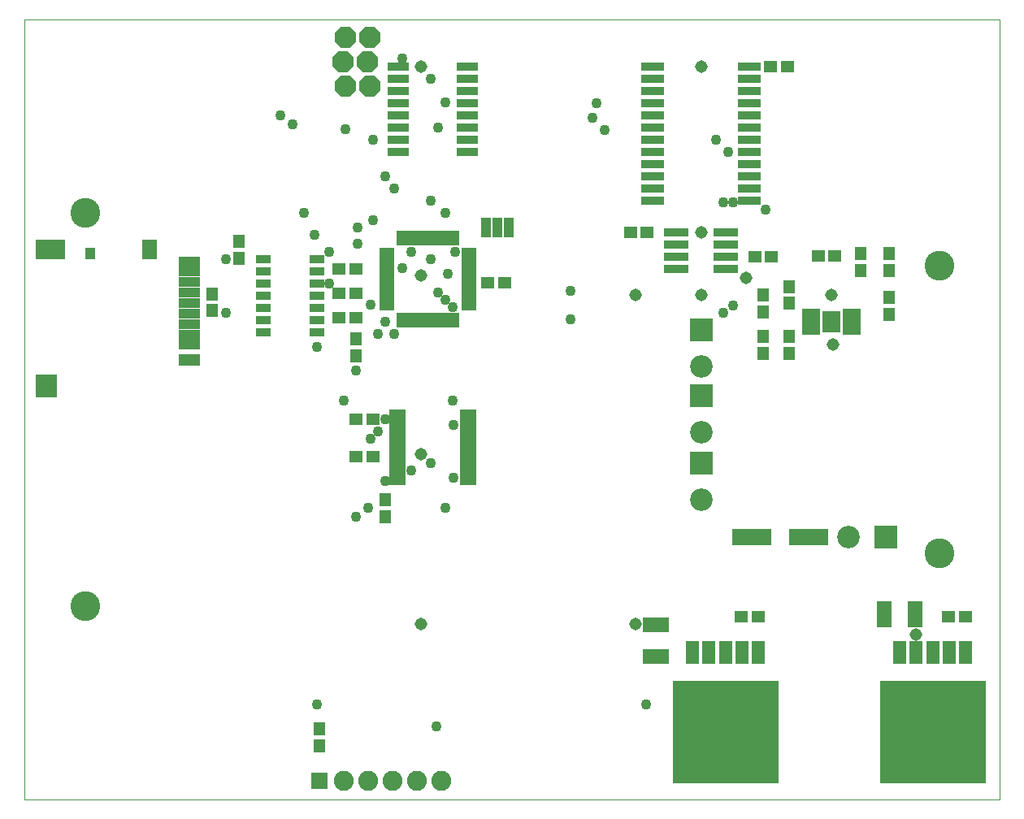
<source format=gts>
G75*
%MOIN*%
%OFA0B0*%
%FSLAX24Y24*%
%IPPOS*%
%LPD*%
%AMOC8*
5,1,8,0,0,1.08239X$1,22.5*
%
%ADD10C,0.0000*%
%ADD11R,0.0620X0.0340*%
%ADD12R,0.0340X0.0620*%
%ADD13R,0.0396X0.0789*%
%ADD14R,0.0553X0.0514*%
%ADD15R,0.0514X0.0553*%
%ADD16R,0.0670X0.0257*%
%ADD17R,0.0920X0.0920*%
%ADD18C,0.0920*%
%ADD19R,0.0714X0.0714*%
%ADD20C,0.0820*%
%ADD21OC8,0.0860*%
%ADD22R,0.0750X0.0277*%
%ADD23R,0.0738X0.0864*%
%ADD24R,0.4372X0.4218*%
%ADD25R,0.0540X0.0970*%
%ADD26R,0.1104X0.0592*%
%ADD27R,0.0592X0.1104*%
%ADD28C,0.1222*%
%ADD29R,0.0986X0.0356*%
%ADD30R,0.0920X0.0380*%
%ADD31R,0.1616X0.0671*%
%ADD32R,0.0870X0.0370*%
%ADD33R,0.0907X0.0396*%
%ADD34R,0.0435X0.0514*%
%ADD35R,0.0907X0.0514*%
%ADD36R,0.0592X0.0829*%
%ADD37R,0.1222X0.0829*%
%ADD38R,0.0868X0.0947*%
%ADD39R,0.0592X0.0356*%
%ADD40C,0.0430*%
%ADD41C,0.0516*%
D10*
X009593Y008565D02*
X009593Y040565D01*
X049593Y040565D01*
X049593Y008565D01*
X009593Y008565D01*
X011542Y016494D02*
X011544Y016541D01*
X011550Y016587D01*
X011560Y016633D01*
X011573Y016678D01*
X011591Y016721D01*
X011612Y016763D01*
X011636Y016803D01*
X011664Y016840D01*
X011695Y016875D01*
X011729Y016908D01*
X011765Y016937D01*
X011804Y016963D01*
X011845Y016986D01*
X011888Y017005D01*
X011932Y017021D01*
X011977Y017033D01*
X012023Y017041D01*
X012070Y017045D01*
X012116Y017045D01*
X012163Y017041D01*
X012209Y017033D01*
X012254Y017021D01*
X012298Y017005D01*
X012341Y016986D01*
X012382Y016963D01*
X012421Y016937D01*
X012457Y016908D01*
X012491Y016875D01*
X012522Y016840D01*
X012550Y016803D01*
X012574Y016763D01*
X012595Y016721D01*
X012613Y016678D01*
X012626Y016633D01*
X012636Y016587D01*
X012642Y016541D01*
X012644Y016494D01*
X012642Y016447D01*
X012636Y016401D01*
X012626Y016355D01*
X012613Y016310D01*
X012595Y016267D01*
X012574Y016225D01*
X012550Y016185D01*
X012522Y016148D01*
X012491Y016113D01*
X012457Y016080D01*
X012421Y016051D01*
X012382Y016025D01*
X012341Y016002D01*
X012298Y015983D01*
X012254Y015967D01*
X012209Y015955D01*
X012163Y015947D01*
X012116Y015943D01*
X012070Y015943D01*
X012023Y015947D01*
X011977Y015955D01*
X011932Y015967D01*
X011888Y015983D01*
X011845Y016002D01*
X011804Y016025D01*
X011765Y016051D01*
X011729Y016080D01*
X011695Y016113D01*
X011664Y016148D01*
X011636Y016185D01*
X011612Y016225D01*
X011591Y016267D01*
X011573Y016310D01*
X011560Y016355D01*
X011550Y016401D01*
X011544Y016447D01*
X011542Y016494D01*
X011542Y032636D02*
X011544Y032683D01*
X011550Y032729D01*
X011560Y032775D01*
X011573Y032820D01*
X011591Y032863D01*
X011612Y032905D01*
X011636Y032945D01*
X011664Y032982D01*
X011695Y033017D01*
X011729Y033050D01*
X011765Y033079D01*
X011804Y033105D01*
X011845Y033128D01*
X011888Y033147D01*
X011932Y033163D01*
X011977Y033175D01*
X012023Y033183D01*
X012070Y033187D01*
X012116Y033187D01*
X012163Y033183D01*
X012209Y033175D01*
X012254Y033163D01*
X012298Y033147D01*
X012341Y033128D01*
X012382Y033105D01*
X012421Y033079D01*
X012457Y033050D01*
X012491Y033017D01*
X012522Y032982D01*
X012550Y032945D01*
X012574Y032905D01*
X012595Y032863D01*
X012613Y032820D01*
X012626Y032775D01*
X012636Y032729D01*
X012642Y032683D01*
X012644Y032636D01*
X012642Y032589D01*
X012636Y032543D01*
X012626Y032497D01*
X012613Y032452D01*
X012595Y032409D01*
X012574Y032367D01*
X012550Y032327D01*
X012522Y032290D01*
X012491Y032255D01*
X012457Y032222D01*
X012421Y032193D01*
X012382Y032167D01*
X012341Y032144D01*
X012298Y032125D01*
X012254Y032109D01*
X012209Y032097D01*
X012163Y032089D01*
X012116Y032085D01*
X012070Y032085D01*
X012023Y032089D01*
X011977Y032097D01*
X011932Y032109D01*
X011888Y032125D01*
X011845Y032144D01*
X011804Y032167D01*
X011765Y032193D01*
X011729Y032222D01*
X011695Y032255D01*
X011664Y032290D01*
X011636Y032327D01*
X011612Y032367D01*
X011591Y032409D01*
X011573Y032452D01*
X011560Y032497D01*
X011550Y032543D01*
X011544Y032589D01*
X011542Y032636D01*
X046581Y030471D02*
X046583Y030518D01*
X046589Y030564D01*
X046599Y030610D01*
X046612Y030655D01*
X046630Y030698D01*
X046651Y030740D01*
X046675Y030780D01*
X046703Y030817D01*
X046734Y030852D01*
X046768Y030885D01*
X046804Y030914D01*
X046843Y030940D01*
X046884Y030963D01*
X046927Y030982D01*
X046971Y030998D01*
X047016Y031010D01*
X047062Y031018D01*
X047109Y031022D01*
X047155Y031022D01*
X047202Y031018D01*
X047248Y031010D01*
X047293Y030998D01*
X047337Y030982D01*
X047380Y030963D01*
X047421Y030940D01*
X047460Y030914D01*
X047496Y030885D01*
X047530Y030852D01*
X047561Y030817D01*
X047589Y030780D01*
X047613Y030740D01*
X047634Y030698D01*
X047652Y030655D01*
X047665Y030610D01*
X047675Y030564D01*
X047681Y030518D01*
X047683Y030471D01*
X047681Y030424D01*
X047675Y030378D01*
X047665Y030332D01*
X047652Y030287D01*
X047634Y030244D01*
X047613Y030202D01*
X047589Y030162D01*
X047561Y030125D01*
X047530Y030090D01*
X047496Y030057D01*
X047460Y030028D01*
X047421Y030002D01*
X047380Y029979D01*
X047337Y029960D01*
X047293Y029944D01*
X047248Y029932D01*
X047202Y029924D01*
X047155Y029920D01*
X047109Y029920D01*
X047062Y029924D01*
X047016Y029932D01*
X046971Y029944D01*
X046927Y029960D01*
X046884Y029979D01*
X046843Y030002D01*
X046804Y030028D01*
X046768Y030057D01*
X046734Y030090D01*
X046703Y030125D01*
X046675Y030162D01*
X046651Y030202D01*
X046630Y030244D01*
X046612Y030287D01*
X046599Y030332D01*
X046589Y030378D01*
X046583Y030424D01*
X046581Y030471D01*
X046581Y018659D02*
X046583Y018706D01*
X046589Y018752D01*
X046599Y018798D01*
X046612Y018843D01*
X046630Y018886D01*
X046651Y018928D01*
X046675Y018968D01*
X046703Y019005D01*
X046734Y019040D01*
X046768Y019073D01*
X046804Y019102D01*
X046843Y019128D01*
X046884Y019151D01*
X046927Y019170D01*
X046971Y019186D01*
X047016Y019198D01*
X047062Y019206D01*
X047109Y019210D01*
X047155Y019210D01*
X047202Y019206D01*
X047248Y019198D01*
X047293Y019186D01*
X047337Y019170D01*
X047380Y019151D01*
X047421Y019128D01*
X047460Y019102D01*
X047496Y019073D01*
X047530Y019040D01*
X047561Y019005D01*
X047589Y018968D01*
X047613Y018928D01*
X047634Y018886D01*
X047652Y018843D01*
X047665Y018798D01*
X047675Y018752D01*
X047681Y018706D01*
X047683Y018659D01*
X047681Y018612D01*
X047675Y018566D01*
X047665Y018520D01*
X047652Y018475D01*
X047634Y018432D01*
X047613Y018390D01*
X047589Y018350D01*
X047561Y018313D01*
X047530Y018278D01*
X047496Y018245D01*
X047460Y018216D01*
X047421Y018190D01*
X047380Y018167D01*
X047337Y018148D01*
X047293Y018132D01*
X047248Y018120D01*
X047202Y018112D01*
X047155Y018108D01*
X047109Y018108D01*
X047062Y018112D01*
X047016Y018120D01*
X046971Y018132D01*
X046927Y018148D01*
X046884Y018167D01*
X046843Y018190D01*
X046804Y018216D01*
X046768Y018245D01*
X046734Y018278D01*
X046703Y018313D01*
X046675Y018350D01*
X046651Y018390D01*
X046630Y018432D01*
X046612Y018475D01*
X046599Y018520D01*
X046589Y018566D01*
X046583Y018612D01*
X046581Y018659D01*
D11*
X027833Y028813D03*
X027833Y029128D03*
X027833Y029443D03*
X027833Y029758D03*
X027833Y030072D03*
X027833Y030387D03*
X027833Y030702D03*
X027833Y031017D03*
X024453Y031017D03*
X024453Y030702D03*
X024453Y030387D03*
X024453Y030072D03*
X024453Y029758D03*
X024453Y029443D03*
X024453Y029128D03*
X024453Y028813D03*
D12*
X025040Y028225D03*
X025355Y028225D03*
X025670Y028225D03*
X025985Y028225D03*
X026300Y028225D03*
X026615Y028225D03*
X026930Y028225D03*
X027245Y028225D03*
X027245Y031605D03*
X026930Y031605D03*
X026615Y031605D03*
X026300Y031605D03*
X025985Y031605D03*
X025670Y031605D03*
X025355Y031605D03*
X025040Y031605D03*
D13*
X028520Y032015D03*
X028993Y032015D03*
X029465Y032015D03*
D14*
X029277Y029765D03*
X028608Y029765D03*
X023177Y029315D03*
X022508Y029315D03*
X022508Y028315D03*
X023177Y028315D03*
X023177Y030315D03*
X022508Y030315D03*
X023208Y024165D03*
X023877Y024165D03*
X023877Y022615D03*
X023208Y022615D03*
X034458Y031815D03*
X035127Y031815D03*
X039558Y030815D03*
X040227Y030815D03*
X042158Y030865D03*
X042827Y030865D03*
X040877Y038615D03*
X040208Y038615D03*
X039677Y016065D03*
X039008Y016065D03*
X047508Y016065D03*
X048177Y016065D03*
D15*
X040943Y026880D03*
X040943Y027550D03*
X039893Y027550D03*
X039893Y026880D03*
X039893Y028580D03*
X039893Y029250D03*
X040943Y028930D03*
X040943Y029600D03*
X043893Y030280D03*
X043893Y030950D03*
X045043Y030950D03*
X045043Y030280D03*
X045043Y029150D03*
X045043Y028480D03*
X024393Y020850D03*
X024393Y020180D03*
X023193Y026780D03*
X023193Y027450D03*
X018393Y030780D03*
X018393Y031450D03*
X017293Y029300D03*
X017293Y028630D03*
X021693Y011450D03*
X021693Y010780D03*
D16*
X024903Y021608D03*
X024903Y021863D03*
X024903Y022119D03*
X024903Y022375D03*
X024903Y022631D03*
X024903Y022887D03*
X024903Y023143D03*
X024903Y023399D03*
X024903Y023655D03*
X024903Y023911D03*
X024903Y024167D03*
X024903Y024422D03*
X027782Y024422D03*
X027782Y024167D03*
X027782Y023911D03*
X027782Y023655D03*
X027782Y023399D03*
X027782Y023143D03*
X027782Y022887D03*
X027782Y022631D03*
X027782Y022375D03*
X027782Y022119D03*
X027782Y021863D03*
X027782Y021608D03*
D17*
X037343Y022379D03*
X037343Y025135D03*
X037343Y027848D03*
X044913Y019315D03*
D18*
X043395Y019315D03*
X037343Y020861D03*
X037343Y023617D03*
X037343Y026330D03*
D19*
X021693Y009315D03*
D20*
X022693Y009315D03*
X023693Y009315D03*
X024693Y009315D03*
X025693Y009315D03*
X026693Y009315D03*
D21*
X023743Y037815D03*
X022743Y037815D03*
X022643Y038815D03*
X023643Y038815D03*
X023743Y039815D03*
X022743Y039815D03*
D22*
X041866Y028549D03*
X041866Y028293D03*
X041866Y028037D03*
X041866Y027781D03*
X043519Y027781D03*
X043519Y028037D03*
X043519Y028293D03*
X043519Y028549D03*
D23*
X042693Y028165D03*
D24*
X046843Y011315D03*
X038343Y011315D03*
D25*
X038343Y014595D03*
X037673Y014595D03*
X037003Y014595D03*
X039013Y014595D03*
X039683Y014595D03*
X045503Y014595D03*
X046173Y014595D03*
X046843Y014595D03*
X047513Y014595D03*
X048183Y014595D03*
D26*
X035493Y014415D03*
X035493Y015715D03*
D27*
X044843Y016165D03*
X046142Y016165D03*
D28*
X047132Y018659D03*
X047132Y030471D03*
X012093Y032636D03*
X012093Y016494D03*
D29*
X036319Y030315D03*
X036319Y030815D03*
X036319Y031315D03*
X036319Y031815D03*
X038366Y031815D03*
X038366Y031315D03*
X038366Y030815D03*
X038366Y030315D03*
D30*
X039323Y033115D03*
X039323Y033615D03*
X039323Y034115D03*
X039323Y034615D03*
X039323Y035115D03*
X039323Y035615D03*
X039323Y036115D03*
X039323Y036615D03*
X039323Y037115D03*
X039323Y037615D03*
X039323Y038115D03*
X039323Y038615D03*
X035363Y038615D03*
X035363Y038115D03*
X035363Y037615D03*
X035363Y037115D03*
X035363Y036615D03*
X035363Y036115D03*
X035363Y035615D03*
X035363Y035115D03*
X035363Y034615D03*
X035363Y034115D03*
X035363Y033615D03*
X035363Y033115D03*
D31*
X039411Y019315D03*
X041774Y019315D03*
D32*
X027763Y035115D03*
X027763Y035615D03*
X027763Y036115D03*
X027763Y036615D03*
X027763Y037115D03*
X027763Y037615D03*
X027763Y038115D03*
X027763Y038615D03*
X024923Y038615D03*
X024923Y038115D03*
X024923Y037615D03*
X024923Y037115D03*
X024923Y036615D03*
X024923Y036115D03*
X024923Y035615D03*
X024923Y035115D03*
D33*
X016350Y030621D03*
X016350Y030246D03*
X016350Y029813D03*
X016350Y029380D03*
X016350Y028947D03*
X016350Y028514D03*
X016350Y028081D03*
X016350Y027648D03*
X016350Y027215D03*
D34*
X012295Y030975D03*
D35*
X016350Y026605D03*
D36*
X014736Y031132D03*
D37*
X010661Y031132D03*
D38*
X010484Y025522D03*
D39*
X019390Y027715D03*
X019390Y028215D03*
X019390Y028715D03*
X019390Y029215D03*
X019390Y029715D03*
X019390Y030215D03*
X019390Y030715D03*
X021595Y030715D03*
X021595Y030215D03*
X021595Y029715D03*
X021595Y029215D03*
X021595Y028715D03*
X021595Y028215D03*
X021595Y027715D03*
D40*
X021593Y027115D03*
X023193Y026165D03*
X022693Y024915D03*
X024393Y024165D03*
X024093Y023665D03*
X023793Y023365D03*
X024393Y021615D03*
X023693Y020515D03*
X023193Y020165D03*
X025443Y022065D03*
X026243Y022365D03*
X027193Y021765D03*
X026843Y020515D03*
X027193Y023915D03*
X027143Y024915D03*
X024743Y027665D03*
X024393Y028165D03*
X024093Y027665D03*
X023793Y028865D03*
X022093Y029715D03*
X022093Y031015D03*
X021493Y031715D03*
X021043Y032615D03*
X023243Y032015D03*
X023243Y031365D03*
X023893Y032315D03*
X024743Y033615D03*
X024393Y034115D03*
X023893Y035615D03*
X022743Y036065D03*
X020593Y036265D03*
X020093Y036615D03*
X025093Y038965D03*
X026243Y038115D03*
X026843Y037165D03*
X026543Y036115D03*
X026243Y033115D03*
X026843Y032615D03*
X027243Y031015D03*
X026943Y030115D03*
X026543Y029365D03*
X026843Y029065D03*
X027143Y028765D03*
X025093Y030365D03*
X025443Y031015D03*
X026243Y030715D03*
X031993Y029415D03*
X031993Y028265D03*
X038243Y028515D03*
X038643Y028815D03*
X039993Y032765D03*
X038643Y033065D03*
X038243Y033065D03*
X038443Y035115D03*
X037943Y035615D03*
X033393Y036015D03*
X032893Y036515D03*
X033043Y037115D03*
X017843Y030715D03*
X017843Y028515D03*
X021593Y012465D03*
X026493Y011565D03*
X035093Y012465D03*
D41*
X034643Y015765D03*
X025843Y015765D03*
X025843Y022715D03*
X025843Y030065D03*
X034643Y029265D03*
X037343Y029265D03*
X039193Y029965D03*
X037343Y031815D03*
X042693Y029265D03*
X042743Y027215D03*
X037343Y038615D03*
X025843Y038615D03*
X046143Y015315D03*
M02*

</source>
